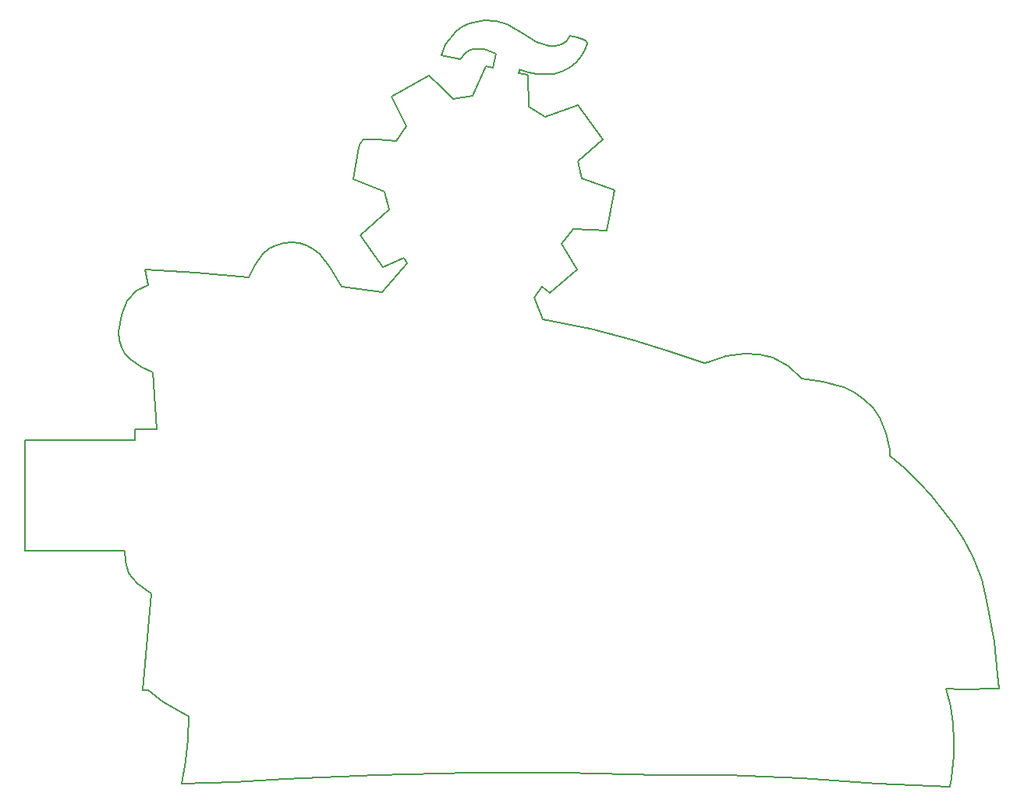
<source format=gm1>
G04 #@! TF.GenerationSoftware,KiCad,Pcbnew,(5.1.5-0-10_14)*
G04 #@! TF.CreationDate,2020-11-16T18:29:34+01:00*
G04 #@! TF.ProjectId,badge_2020,62616467-655f-4323-9032-302e6b696361,rev?*
G04 #@! TF.SameCoordinates,Original*
G04 #@! TF.FileFunction,Profile,NP*
%FSLAX46Y46*%
G04 Gerber Fmt 4.6, Leading zero omitted, Abs format (unit mm)*
G04 Created by KiCad (PCBNEW (5.1.5-0-10_14)) date 2020-11-16 18:29:34*
%MOMM*%
%LPD*%
G04 APERTURE LIST*
%ADD10C,0.200000*%
G04 APERTURE END LIST*
D10*
X128270000Y-105650000D02*
X128270000Y-106800000D01*
X116332000Y-106800000D02*
X128270000Y-106800000D01*
X172486837Y-93646767D02*
X171599520Y-91317000D01*
X177704225Y-94740470D02*
X172486837Y-93646767D01*
X182189858Y-95901385D02*
X177704225Y-94740470D01*
X186221029Y-97134295D02*
X182189858Y-95901385D01*
X190075037Y-98443988D02*
X186221029Y-97134295D01*
X190462542Y-98303979D02*
X190075037Y-98443988D01*
X192426732Y-97675290D02*
X190462542Y-98303979D01*
X194466012Y-97390066D02*
X192426732Y-97675290D01*
X196013525Y-97480922D02*
X194466012Y-97390066D01*
X197512572Y-97872377D02*
X196013525Y-97480922D01*
X199221076Y-98798165D02*
X197512572Y-97872377D01*
X200619772Y-100146688D02*
X199221076Y-98798165D01*
X202937842Y-100432848D02*
X200619772Y-100146688D01*
X205176112Y-101089817D02*
X202937842Y-100432848D01*
X206348248Y-101650512D02*
X205176112Y-101089817D01*
X207429709Y-102377625D02*
X206348248Y-101650512D01*
X208363053Y-103276774D02*
X207429709Y-102377625D01*
X209090842Y-104353566D02*
X208363053Y-103276774D01*
X209793953Y-106050450D02*
X209090842Y-104353566D01*
X210193272Y-107838346D02*
X209793953Y-106050450D01*
X210205407Y-108476653D02*
X210193272Y-107838346D01*
X210265489Y-108573667D02*
X210205407Y-108476653D01*
X211808518Y-109835588D02*
X210265489Y-108573667D01*
X213430559Y-111501167D02*
X211808518Y-109835588D01*
X213434962Y-111505570D02*
X213430559Y-111501167D01*
X214657002Y-112782730D02*
X213434962Y-111505570D01*
X217166293Y-115956337D02*
X214657002Y-112782730D01*
X218226142Y-117640626D02*
X217166293Y-115956337D01*
X219150502Y-119391800D02*
X218226142Y-117640626D01*
X219415085Y-119992625D02*
X219150502Y-119391800D01*
X220138358Y-121997519D02*
X219415085Y-119992625D01*
X220720054Y-124223047D02*
X220138358Y-121997519D01*
X221514373Y-128734420D02*
X220720054Y-124223047D01*
X221909342Y-132323570D02*
X221514373Y-128734420D01*
X222016265Y-133787325D02*
X221909342Y-132323570D01*
X221699869Y-133801097D02*
X222016265Y-133787325D01*
X218092719Y-133881576D02*
X221699869Y-133801097D01*
X216244499Y-133822044D02*
X218092719Y-133881576D01*
X216779965Y-135756909D02*
X216244499Y-133822044D01*
X217070826Y-137659373D02*
X216779965Y-135756909D01*
X217170469Y-139459907D02*
X217070826Y-137659373D01*
X217132280Y-141088984D02*
X217170469Y-139459907D01*
X216855952Y-143554649D02*
X217132280Y-141088984D01*
X216668933Y-144500144D02*
X216855952Y-143554649D01*
X208861105Y-144121384D02*
X216668933Y-144500144D01*
X200651033Y-143596894D02*
X208861105Y-144121384D01*
X192585186Y-143197571D02*
X200651033Y-143596894D01*
X185210033Y-143194314D02*
X192585186Y-143197571D01*
X174914708Y-142923083D02*
X185210033Y-143194314D01*
X164652458Y-142944192D02*
X174914708Y-142923083D01*
X154485721Y-143208046D02*
X164652458Y-142944192D01*
X144476933Y-143665049D02*
X154485721Y-143208046D01*
X139032033Y-143982549D02*
X144476933Y-143665049D01*
X133294433Y-144169964D02*
X139032033Y-143982549D01*
X133702424Y-141727082D02*
X133294433Y-144169964D01*
X133982246Y-139358593D02*
X133702424Y-141727082D01*
X134108026Y-136834394D02*
X133982246Y-139358593D01*
X134031134Y-136798619D02*
X134108026Y-136834394D01*
X133048586Y-136302470D02*
X134031134Y-136798619D01*
X131286548Y-135225483D02*
X133048586Y-136302470D01*
X129650346Y-133959260D02*
X131286548Y-135225483D01*
X129057175Y-133999180D02*
X129650346Y-133959260D01*
X130032560Y-123530080D02*
X129057175Y-133999180D01*
X128502908Y-122408578D02*
X130032560Y-123530080D01*
X127585504Y-121271572D02*
X128502908Y-122408578D01*
X127174718Y-119997051D02*
X127585504Y-121271572D01*
X127164920Y-118800000D02*
X127174718Y-119997051D01*
X116332000Y-118800000D02*
X127164920Y-118800000D01*
X116332000Y-106800000D02*
X116332000Y-118800000D01*
X130570000Y-105650000D02*
X128270000Y-105650000D01*
X130202744Y-99427659D02*
X130570000Y-105650000D01*
X128926044Y-98873254D02*
X130202744Y-99427659D01*
X127685590Y-98005298D02*
X128926044Y-98873254D01*
X127169005Y-97432385D02*
X127685590Y-98005298D01*
X126769541Y-96755462D02*
X127169005Y-97432385D01*
X126523217Y-95965988D02*
X126769541Y-96755462D01*
X126466054Y-95055419D02*
X126523217Y-95965988D01*
X126757656Y-93158098D02*
X126466054Y-95055419D01*
X127402873Y-91672485D02*
X126757656Y-93158098D01*
X128377563Y-90596902D02*
X127402873Y-91672485D01*
X129657584Y-89929669D02*
X128377563Y-90596902D01*
X129365440Y-88258939D02*
X129657584Y-89929669D01*
X134843689Y-88623574D02*
X129365440Y-88258939D01*
X140583740Y-89124898D02*
X134843689Y-88623574D01*
X141236313Y-87759316D02*
X140583740Y-89124898D01*
X142144780Y-86553478D02*
X141236313Y-87759316D01*
X142797840Y-86006525D02*
X142144780Y-86553478D01*
X143547944Y-85606619D02*
X142797840Y-86006525D01*
X144363204Y-85364020D02*
X143547944Y-85606619D01*
X145211740Y-85288988D02*
X144363204Y-85364020D01*
X146060099Y-85376912D02*
X145211740Y-85288988D01*
X146878060Y-85615860D02*
X146060099Y-85376912D01*
X147656450Y-86033541D02*
X146878060Y-85615860D01*
X148325526Y-86603810D02*
X147656450Y-86033541D01*
X149383880Y-88016950D02*
X148325526Y-86603810D01*
X150627420Y-90170000D02*
X149383880Y-88016950D01*
X155043720Y-90705000D02*
X150627420Y-90170000D01*
X157815531Y-87562270D02*
X155043720Y-90705000D01*
X157422763Y-87010470D02*
X157815531Y-87562270D01*
X155145693Y-87985016D02*
X157422763Y-87010470D01*
X154307728Y-86832876D02*
X155145693Y-87985016D01*
X152690028Y-84510706D02*
X154307728Y-86832876D01*
X155801088Y-81789356D02*
X152690028Y-84510706D01*
X155360116Y-79779076D02*
X155801088Y-81789356D01*
X151978966Y-78451196D02*
X155360116Y-79779076D01*
X152553330Y-75009966D02*
X151978966Y-78451196D01*
X152724385Y-74523628D02*
X152553330Y-75009966D01*
X153051076Y-74123613D02*
X152724385Y-74523628D01*
X154543416Y-74171469D02*
X153051076Y-74123613D01*
X156595946Y-74258661D02*
X154543416Y-74171469D01*
X157710506Y-72672821D02*
X156595946Y-74258661D01*
X156098756Y-69510501D02*
X157710506Y-72672821D01*
X160116016Y-67172801D02*
X156098756Y-69510501D01*
X161470666Y-68428951D02*
X160116016Y-67172801D01*
X162814206Y-69691851D02*
X161470666Y-68428951D01*
X164913786Y-69353405D02*
X162814206Y-69691851D01*
X166326546Y-66177305D02*
X164913786Y-69353405D01*
X167131869Y-66340465D02*
X166326546Y-66177305D01*
X167418502Y-64853285D02*
X167131869Y-66340465D01*
X166186362Y-64344636D02*
X167418502Y-64853285D01*
X164856602Y-64318771D02*
X166186362Y-64344636D01*
X164451565Y-64470503D02*
X164856602Y-64318771D01*
X164114692Y-64736507D02*
X164451565Y-64470503D01*
X163537392Y-65389061D02*
X164114692Y-64736507D01*
X161526562Y-64979508D02*
X163537392Y-65389061D01*
X161963676Y-63762428D02*
X161526562Y-64979508D01*
X163089806Y-62367698D02*
X161963676Y-63762428D01*
X163764885Y-61854540D02*
X163089806Y-62367698D01*
X164529285Y-61495175D02*
X163764885Y-61854540D01*
X166192046Y-61183848D02*
X164529285Y-61495175D01*
X167435579Y-61232986D02*
X166192046Y-61183848D01*
X168634316Y-61561786D02*
X167435579Y-61232986D01*
X170249637Y-62489850D02*
X168634316Y-61561786D01*
X171810966Y-63512346D02*
X170249637Y-62489850D01*
X173149346Y-63985048D02*
X171810966Y-63512346D01*
X173854968Y-64010314D02*
X173149346Y-63985048D01*
X174542566Y-63835744D02*
X173854968Y-64010314D01*
X175081232Y-63430714D02*
X174542566Y-63835744D01*
X175462923Y-62866702D02*
X175081232Y-63430714D01*
X176244638Y-63013559D02*
X175462923Y-62866702D01*
X176994193Y-63264128D02*
X176244638Y-63013559D01*
X177214387Y-63457007D02*
X176994193Y-63264128D01*
X177305630Y-63748646D02*
X177214387Y-63457007D01*
X177110649Y-64411115D02*
X177305630Y-63748646D01*
X176725397Y-64999386D02*
X177110649Y-64411115D01*
X176123206Y-65723023D02*
X176725397Y-64999386D01*
X175398595Y-66324802D02*
X176123206Y-65723023D01*
X174572662Y-66770842D02*
X175398595Y-66324802D01*
X173666507Y-67027266D02*
X174572662Y-66770842D01*
X171850855Y-67051703D02*
X173666507Y-67027266D01*
X170959619Y-66877725D02*
X171850855Y-67051703D01*
X170107157Y-66560564D02*
X170959619Y-66877725D01*
X170007591Y-66542546D02*
X170107157Y-66560564D01*
X169965484Y-66642526D02*
X170007591Y-66542546D01*
X169912734Y-66907101D02*
X169965484Y-66642526D01*
X170914844Y-67110500D02*
X169912734Y-66907101D01*
X170958391Y-70595280D02*
X170914844Y-67110500D01*
X172743221Y-71681170D02*
X170958391Y-70595280D01*
X176315651Y-70424950D02*
X172743221Y-71681170D01*
X179003371Y-74121400D02*
X176315651Y-70424950D01*
X176339901Y-76531310D02*
X179003371Y-74121400D01*
X176779219Y-78353630D02*
X176339901Y-76531310D01*
X180298179Y-79665520D02*
X176779219Y-78353630D01*
X179480175Y-84068620D02*
X180298179Y-79665520D01*
X177774455Y-83983476D02*
X179480175Y-84068620D01*
X175825065Y-83886166D02*
X177774455Y-83983476D01*
X174574355Y-85508946D02*
X175825065Y-83886166D01*
X176268234Y-88282106D02*
X174574355Y-85508946D01*
X173312065Y-90800056D02*
X176268234Y-88282106D01*
X172393190Y-90103320D02*
X173312065Y-90800056D01*
X171599520Y-91317000D02*
X172393190Y-90103320D01*
M02*

</source>
